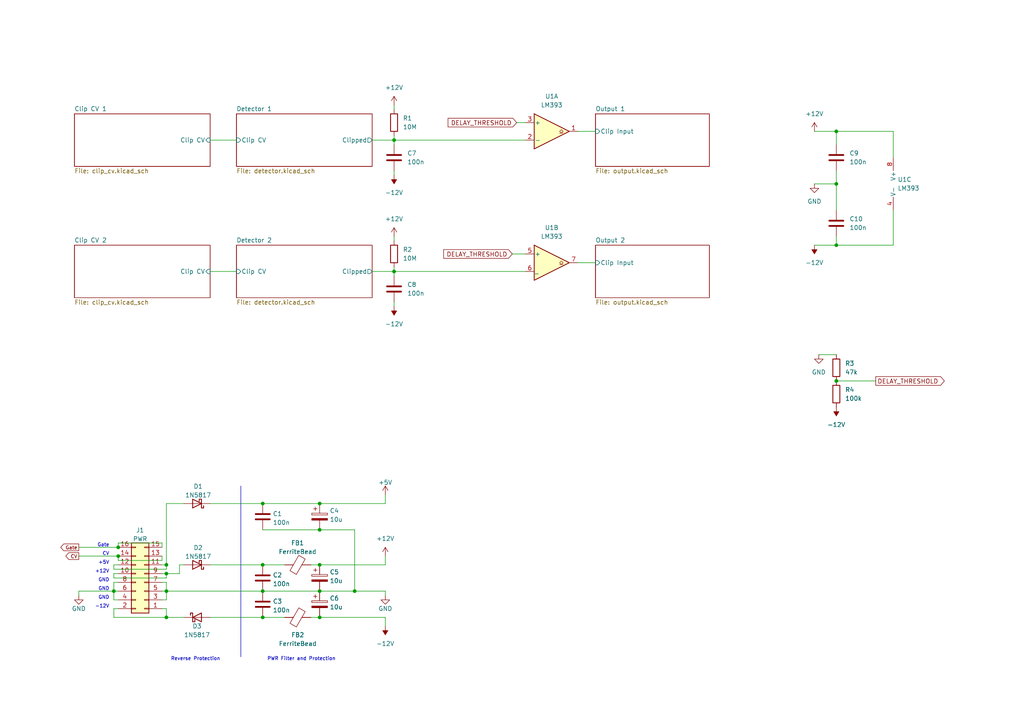
<source format=kicad_sch>
(kicad_sch (version 20230121) (generator eeschema)
  (paper "A4")
  (title_block (title "Mister Clippy") (date "2023-02-13") (rev "0"))
  (lib_symbols
    (symbol "Comparator:LM393" (pin_names (offset 0.127))
      (property "Reference" "U" (at 3.81 3.81 0))
      (property "Value" "LM393" (at 6.35 -3.81 0))
      (symbol "LM393_1_1"
        (polyline (pts (xy -5.08 5.08) (xy 5.08 0) (xy -5.08 -5.08) (xy -5.08 5.08)) (stroke (width 0.254)) (fill (type background)))
        (polyline (pts (xy 3.302 -0.508) (xy 2.794 -0.508) (xy 3.302 0) (xy 2.794 0.508) (xy 2.286 0) (xy 2.794 -0.508) (xy 2.286 -0.508)) (stroke (width 0.127)))
        (pin open_collector line (at 7.62 0 180) (length 2.54) (name "~") (number "1"))
        (pin input line (at -7.62 -2.54 0) (length 2.54) (name "-") (number "2"))
        (pin input line (at -7.62 2.54 0) (length 2.54) (name "+") (number "3"))
      )
      (symbol "LM393_2_1"
        (polyline (pts (xy -5.08 5.08) (xy 5.08 0) (xy -5.08 -5.08) (xy -5.08 5.08)) (stroke (width 0.254)) (fill (type background)))
        (polyline (pts (xy 3.302 -0.508) (xy 2.794 -0.508) (xy 3.302 0) (xy 2.794 0.508) (xy 2.286 0) (xy 2.794 -0.508) (xy 2.286 -0.508)) (stroke (width 0.127)))
        (pin input line (at -7.62 2.54 0) (length 2.54) (name "+") (number "5"))
        (pin input line (at -7.62 -2.54 0) (length 2.54) (name "_") (number "6"))
        (pin open_collector line (at 7.62 0 180) (length 2.54) (name "~") (number "7"))
      )
      (symbol "LM393_3_1"
        (pin power_in line (at -2.54 -7.62 90) (length 3.81) (name "V-") (number "4"))
        (pin power_in line (at -2.54 7.62 270) (length 3.81) (name "V+") (number "8"))
      )
    )
    (symbol "Connector_Generic:Conn_02x08_Odd_Even" (pin_names (offset 1.016) hide)
      (property "Reference" "J" (at 1.27 10.16 0))
      (property "Value" "Conn_02x08_Odd_Even" (at 1.27 -12.7 0))
      (symbol "Conn_02x08_Odd_Even_1_1"
        (rectangle (start -1.27 -10.033) (end 0 -10.287) (stroke (width 0.1524)))
        (rectangle (start -1.27 -7.493) (end 0 -7.747) (stroke (width 0.1524)))
        (rectangle (start -1.27 -4.953) (end 0 -5.207) (stroke (width 0.1524)))
        (rectangle (start -1.27 -2.413) (end 0 -2.667) (stroke (width 0.1524)))
        (rectangle (start -1.27 0.127) (end 0 -0.127) (stroke (width 0.1524)))
        (rectangle (start -1.27 2.667) (end 0 2.413) (stroke (width 0.1524)))
        (rectangle (start -1.27 5.207) (end 0 4.953) (stroke (width 0.1524)))
        (rectangle (start -1.27 7.747) (end 0 7.493) (stroke (width 0.1524)))
        (rectangle (start -1.27 8.89) (end 3.81 -11.43) (stroke (width 0.254)) (fill (type background)))
        (rectangle (start 3.81 -10.033) (end 2.54 -10.287) (stroke (width 0.1524)))
        (rectangle (start 3.81 -7.493) (end 2.54 -7.747) (stroke (width 0.1524)))
        (rectangle (start 3.81 -4.953) (end 2.54 -5.207) (stroke (width 0.1524)))
        (rectangle (start 3.81 -2.413) (end 2.54 -2.667) (stroke (width 0.1524)))
        (rectangle (start 3.81 0.127) (end 2.54 -0.127) (stroke (width 0.1524)))
        (rectangle (start 3.81 2.667) (end 2.54 2.413) (stroke (width 0.1524)))
        (rectangle (start 3.81 5.207) (end 2.54 4.953) (stroke (width 0.1524)))
        (rectangle (start 3.81 7.747) (end 2.54 7.493) (stroke (width 0.1524)))
        (pin passive line (at -5.08 7.62 0) (length 3.81) (name "Pin_1") (number "1"))
        (pin passive line (at 7.62 -2.54 180) (length 3.81) (name "Pin_10") (number "10"))
        (pin passive line (at -5.08 -5.08 0) (length 3.81) (name "Pin_11") (number "11"))
        (pin passive line (at 7.62 -5.08 180) (length 3.81) (name "Pin_12") (number "12"))
        (pin passive line (at -5.08 -7.62 0) (length 3.81) (name "Pin_13") (number "13"))
        (pin passive line (at 7.62 -7.62 180) (length 3.81) (name "Pin_14") (number "14"))
        (pin passive line (at -5.08 -10.16 0) (length 3.81) (name "Pin_15") (number "15"))
        (pin passive line (at 7.62 -10.16 180) (length 3.81) (name "Pin_16") (number "16"))
        (pin passive line (at 7.62 7.62 180) (length 3.81) (name "Pin_2") (number "2"))
        (pin passive line (at -5.08 5.08 0) (length 3.81) (name "Pin_3") (number "3"))
        (pin passive line (at 7.62 5.08 180) (length 3.81) (name "Pin_4") (number "4"))
        (pin passive line (at -5.08 2.54 0) (length 3.81) (name "Pin_5") (number "5"))
        (pin passive line (at 7.62 2.54 180) (length 3.81) (name "Pin_6") (number "6"))
        (pin passive line (at -5.08 0 0) (length 3.81) (name "Pin_7") (number "7"))
        (pin passive line (at 7.62 0 180) (length 3.81) (name "Pin_8") (number "8"))
        (pin passive line (at -5.08 -2.54 0) (length 3.81) (name "Pin_9") (number "9"))
      )
    )
    (symbol "Device:C" (pin_numbers hide) (pin_names (offset 0.254))
      (property "Reference" "C" (at 0.635 2.54 0))
      (property "Value" "C" (at 0.635 -2.54 0))
      (symbol "C_0_1"
        (polyline (pts (xy -2.032 -0.762) (xy 2.032 -0.762)) (stroke (width 0.508)))
        (polyline (pts (xy -2.032 0.762) (xy 2.032 0.762)) (stroke (width 0.508)))
      )
      (symbol "C_1_1"
        (pin passive line (at 0 3.81 270) (length 2.794) (name "~") (number "1"))
        (pin passive line (at 0 -3.81 90) (length 2.794) (name "~") (number "2"))
      )
    )
    (symbol "Device:C_Polarized" (pin_numbers hide) (pin_names (offset 0.254))
      (property "Reference" "C" (at 0.635 2.54 0))
      (property "Value" "C_Polarized" (at 0.635 -2.54 0))
      (symbol "C_Polarized_0_1"
        (rectangle (start -2.286 0.508) (end 2.286 1.016))
        (polyline (pts (xy -1.778 2.286) (xy -0.762 2.286)))
        (polyline (pts (xy -1.27 2.794) (xy -1.27 1.778)))
        (rectangle (start 2.286 -0.508) (end -2.286 -1.016) (fill (type outline)))
      )
      (symbol "C_Polarized_1_1"
        (pin passive line (at 0 3.81 270) (length 2.794) (name "~") (number "1"))
        (pin passive line (at 0 -3.81 90) (length 2.794) (name "~") (number "2"))
      )
    )
    (symbol "Device:D_Schottky" (pin_numbers hide) (pin_names (offset 1.016) hide)
      (property "Reference" "D" (at 0 2.54 0))
      (property "Value" "D_Schottky" (at 0 -2.54 0))
      (symbol "D_Schottky_0_1"
        (polyline (pts (xy 1.27 0) (xy -1.27 0)))
        (polyline (pts (xy 1.27 1.27) (xy 1.27 -1.27) (xy -1.27 0) (xy 1.27 1.27)) (stroke (width 0.254)))
        (polyline (pts (xy -1.905 0.635) (xy -1.905 1.27) (xy -1.27 1.27) (xy -1.27 -1.27) (xy -0.635 -1.27) (xy -0.635 -0.635)) (stroke (width 0.254)))
      )
      (symbol "D_Schottky_1_1"
        (pin passive line (at -3.81 0 0) (length 2.54) (name "K") (number "1"))
        (pin passive line (at 3.81 0 180) (length 2.54) (name "A") (number "2"))
      )
    )
    (symbol "Device:FerriteBead" (pin_numbers hide) (pin_names (offset 0))
      (property "Reference" "FB" (at -3.81 0.635 90))
      (property "Value" "FerriteBead" (at 3.81 0 90))
      (symbol "FerriteBead_0_1"
        (polyline (pts (xy 0 -1.27) (xy 0 -1.2192)))
        (polyline (pts (xy 0 1.27) (xy 0 1.2954)))
        (polyline (pts (xy -2.7686 0.4064) (xy -1.7018 2.2606) (xy 2.7686 -0.3048) (xy 1.6764 -2.159) (xy -2.7686 0.4064)))
      )
      (symbol "FerriteBead_1_1"
        (pin passive line (at 0 3.81 270) (length 2.54) (name "~") (number "1"))
        (pin passive line (at 0 -3.81 90) (length 2.54) (name "~") (number "2"))
      )
    )
    (symbol "Device:R" (pin_numbers hide) (pin_names (offset 0))
      (property "Reference" "R" (at 2.032 0 90))
      (property "Value" "R" (at 0 0 90))
      (symbol "R_0_1"
        (rectangle (start -1.016 -2.54) (end 1.016 2.54) (stroke (width 0.254)))
      )
      (symbol "R_1_1"
        (pin passive line (at 0 3.81 270) (length 1.27) (name "~") (number "1"))
        (pin passive line (at 0 -3.81 90) (length 1.27) (name "~") (number "2"))
      )
    )
    (symbol "power:+12V" (power) (pin_names (offset 0))
      (property "Value" "+12V" (at 0 3.556 0))
      (symbol "+12V_0_1"
        (polyline (pts (xy -0.762 1.27) (xy 0 2.54)))
        (polyline (pts (xy 0 0) (xy 0 2.54)))
        (polyline (pts (xy 0 2.54) (xy 0.762 1.27)))
      )
      (symbol "+12V_1_1"
        (pin power_in line (at 0 0 90) (length 0) hide (name "+12V") (number "1"))
      )
    )
    (symbol "power:+5V" (power) (pin_names (offset 0))
      (property "Value" "+5V" (at 0 3.556 0))
      (symbol "+5V_0_1"
        (polyline (pts (xy -0.762 1.27) (xy 0 2.54)))
        (polyline (pts (xy 0 0) (xy 0 2.54)))
        (polyline (pts (xy 0 2.54) (xy 0.762 1.27)))
      )
      (symbol "+5V_1_1"
        (pin power_in line (at 0 0 90) (length 0) hide (name "+5V") (number "1"))
      )
    )
    (symbol "power:-12V" (power) (pin_names (offset 0))
      (property "Value" "-12V" (at 0 3.81 0))
      (symbol "-12V_0_0"
        (pin power_in line (at 0 0 90) (length 0) hide (name "-12V") (number "1"))
      )
      (symbol "-12V_0_1"
        (polyline (pts (xy 0 0) (xy 0 1.27) (xy 0.762 1.27) (xy 0 2.54) (xy -0.762 1.27) (xy 0 1.27)) (fill (type outline)))
      )
    )
    (symbol "power:GND" (power) (pin_names (offset 0))
      (property "Value" "GND" (at 0 -3.81 0))
      (symbol "GND_0_1"
        (polyline (pts (xy 0 0) (xy 0 -1.27) (xy 1.27 -1.27) (xy 0 -2.54) (xy -1.27 -1.27) (xy 0 -1.27)))
      )
      (symbol "GND_1_1"
        (pin power_in line (at 0 0 270) (length 0) hide (name "GND") (number "1"))
      )
    )
  )
  (junction (at 34.29 158.75))
  (junction (at 48.26 166.37))
  (junction (at 114.3 78.74))
  (junction (at 242.57 38.1))
  (junction (at 76.2 171.45))
  (junction (at 102.87 171.45))
  (junction (at 242.57 110.49))
  (junction (at 92.71 153.67))
  (junction (at 33.02 171.45))
  (junction (at 114.3 40.64))
  (junction (at 92.71 163.83))
  (junction (at 76.2 179.07))
  (junction (at 48.26 163.83))
  (junction (at 242.57 71.12))
  (junction (at 92.71 171.45))
  (junction (at 92.71 179.07))
  (junction (at 242.57 53.34))
  (junction (at 92.71 146.05))
  (junction (at 48.26 171.45))
  (junction (at 48.26 179.07))
  (junction (at 76.2 146.05))
  (junction (at 76.2 163.83))
  (junction (at 34.29 161.29))
  (wire (pts (xy 76.2 171.45) (xy 92.71 171.45)))
  (wire (pts (xy 236.22 53.34) (xy 242.57 53.34)))
  (wire (pts (xy 53.34 179.07) (xy 48.26 179.07)))
  (wire (pts (xy 114.3 88.9) (xy 114.3 87.63)))
  (wire (pts (xy 46.99 173.99) (xy 48.26 173.99)))
  (wire (pts (xy 48.26 166.37) (xy 52.07 166.37)))
  (wire (pts (xy 60.96 40.64) (xy 68.58 40.64)))
  (wire (pts (xy 92.71 146.05) (xy 111.76 146.05)))
  (wire (pts (xy 33.02 176.53) (xy 34.29 176.53)))
  (wire (pts (xy 48.26 168.91) (xy 48.26 171.45)))
  (wire (pts (xy 111.76 181.61) (xy 111.76 179.07)))
  (wire (pts (xy 48.26 176.53) (xy 48.26 179.07)))
  (wire (pts (xy 107.95 78.74) (xy 114.3 78.74)))
  (wire (pts (xy 102.87 153.67) (xy 102.87 171.45)))
  (wire (pts (xy 60.96 146.05) (xy 76.2 146.05)))
  (polyline (pts (xy 69.85 140.97) (xy 69.85 190.5)))
  (wire (pts (xy 111.76 143.51) (xy 111.76 146.05)))
  (wire (pts (xy 53.34 146.05) (xy 48.26 146.05)))
  (wire (pts (xy 33.02 168.91) (xy 33.02 171.45)))
  (wire (pts (xy 259.08 60.96) (xy 259.08 71.12)))
  (wire (pts (xy 167.64 38.1) (xy 172.72 38.1)))
  (wire (pts (xy 148.59 73.66) (xy 152.4 73.66)))
  (wire (pts (xy 48.26 146.05) (xy 48.26 163.83)))
  (wire (pts (xy 33.02 171.45) (xy 33.02 173.99)))
  (wire (pts (xy 33.02 163.83) (xy 33.02 165.1)))
  (wire (pts (xy 46.99 166.37) (xy 48.26 166.37)))
  (wire (pts (xy 22.86 171.45) (xy 33.02 171.45)))
  (wire (pts (xy 53.34 163.83) (xy 52.07 163.83)))
  (wire (pts (xy 60.96 78.74) (xy 68.58 78.74)))
  (wire (pts (xy 242.57 38.1) (xy 259.08 38.1)))
  (wire (pts (xy 48.26 171.45) (xy 48.26 173.99)))
  (wire (pts (xy 167.64 76.2) (xy 172.72 76.2)))
  (wire (pts (xy 114.3 80.01) (xy 114.3 78.74)))
  (wire (pts (xy 242.57 68.58) (xy 242.57 71.12)))
  (wire (pts (xy 114.3 40.64) (xy 152.4 40.64)))
  (wire (pts (xy 22.86 161.29) (xy 34.29 161.29)))
  (wire (pts (xy 242.57 53.34) (xy 242.57 60.96)))
  (wire (pts (xy 34.29 168.91) (xy 33.02 168.91)))
  (wire (pts (xy 34.29 157.48) (xy 34.29 158.75)))
  (wire (pts (xy 111.76 172.72) (xy 111.76 171.45)))
  (wire (pts (xy 259.08 38.1) (xy 259.08 45.72)))
  (wire (pts (xy 34.29 166.37) (xy 33.02 166.37)))
  (wire (pts (xy 92.71 163.83) (xy 111.76 163.83)))
  (wire (pts (xy 46.99 162.56) (xy 34.29 162.56)))
  (wire (pts (xy 46.99 176.53) (xy 48.26 176.53)))
  (wire (pts (xy 60.96 179.07) (xy 76.2 179.07)))
  (wire (pts (xy 107.95 40.64) (xy 114.3 40.64)))
  (wire (pts (xy 114.3 30.48) (xy 114.3 31.75)))
  (wire (pts (xy 48.26 163.83) (xy 48.26 165.1)))
  (wire (pts (xy 114.3 39.37) (xy 114.3 40.64)))
  (wire (pts (xy 33.02 167.64) (xy 48.26 167.64)))
  (wire (pts (xy 114.3 41.91) (xy 114.3 40.64)))
  (wire (pts (xy 92.71 153.67) (xy 102.87 153.67)))
  (wire (pts (xy 52.07 163.83) (xy 52.07 166.37)))
  (wire (pts (xy 114.3 68.58) (xy 114.3 69.85)))
  (wire (pts (xy 33.02 173.99) (xy 34.29 173.99)))
  (wire (pts (xy 76.2 179.07) (xy 82.55 179.07)))
  (wire (pts (xy 149.86 35.56) (xy 152.4 35.56)))
  (wire (pts (xy 33.02 176.53) (xy 33.02 179.07)))
  (wire (pts (xy 259.08 71.12) (xy 242.57 71.12)))
  (wire (pts (xy 90.17 179.07) (xy 92.71 179.07)))
  (wire (pts (xy 46.99 168.91) (xy 48.26 168.91)))
  (wire (pts (xy 33.02 166.37) (xy 33.02 167.64)))
  (wire (pts (xy 242.57 49.53) (xy 242.57 53.34)))
  (wire (pts (xy 46.99 157.48) (xy 34.29 157.48)))
  (wire (pts (xy 34.29 161.29) (xy 34.29 162.56)))
  (wire (pts (xy 33.02 165.1) (xy 48.26 165.1)))
  (wire (pts (xy 242.57 38.1) (xy 236.22 38.1)))
  (wire (pts (xy 60.96 163.83) (xy 76.2 163.83)))
  (wire (pts (xy 22.86 158.75) (xy 34.29 158.75)))
  (wire (pts (xy 46.99 158.75) (xy 46.99 157.48)))
  (wire (pts (xy 111.76 161.29) (xy 111.76 163.83)))
  (wire (pts (xy 114.3 77.47) (xy 114.3 78.74)))
  (wire (pts (xy 242.57 110.49) (xy 254 110.49)))
  (wire (pts (xy 92.71 171.45) (xy 102.87 171.45)))
  (wire (pts (xy 46.99 161.29) (xy 46.99 162.56)))
  (wire (pts (xy 242.57 38.1) (xy 242.57 41.91)))
  (wire (pts (xy 76.2 163.83) (xy 82.55 163.83)))
  (wire (pts (xy 76.2 146.05) (xy 92.71 146.05)))
  (wire (pts (xy 33.02 179.07) (xy 48.26 179.07)))
  (wire (pts (xy 76.2 153.67) (xy 92.71 153.67)))
  (wire (pts (xy 102.87 171.45) (xy 111.76 171.45)))
  (wire (pts (xy 48.26 171.45) (xy 76.2 171.45)))
  (wire (pts (xy 48.26 167.64) (xy 48.26 166.37)))
  (wire (pts (xy 90.17 163.83) (xy 92.71 163.83)))
  (wire (pts (xy 114.3 78.74) (xy 152.4 78.74)))
  (wire (pts (xy 48.26 163.83) (xy 46.99 163.83)))
  (wire (pts (xy 34.29 163.83) (xy 33.02 163.83)))
  (wire (pts (xy 92.71 179.07) (xy 111.76 179.07)))
  (wire (pts (xy 237.49 102.87) (xy 242.57 102.87)))
  (wire (pts (xy 33.02 171.45) (xy 34.29 171.45)))
  (wire (pts (xy 236.22 71.12) (xy 242.57 71.12)))
  (wire (pts (xy 22.86 172.72) (xy 22.86 171.45)))
  (wire (pts (xy 114.3 50.8) (xy 114.3 49.53)))
  (wire (pts (xy 46.99 171.45) (xy 48.26 171.45)))
  (text "CV" (at 31.75 161.29 0) (effects (font (size 1 1)) (justify right bottom)))
  (text "Gate" (at 31.75 158.75 0) (effects (font (size 1 1)) (justify right bottom)))
  (text "GND" (at 31.75 168.91 0) (effects (font (size 1 1)) (justify right bottom)))
  (text "GND" (at 31.75 173.99 0) (effects (font (size 1 1)) (justify right bottom)))
  (text "+12V" (at 31.75 166.37 0) (effects (font (size 1 1)) (justify right bottom)))
  (text "-12V" (at 31.75 176.53 0) (effects (font (size 1 1)) (justify right bottom)))
  (text "GND" (at 31.75 171.45 0) (effects (font (size 1 1)) (justify right bottom)))
  (text "+5V" (at 31.75 163.83 0) (effects (font (size 1 1)) (justify right bottom)))
  (text "Reverse Protection" (at 49.53 191.77 0) (effects (font (size 1 1)) (justify left bottom)))
  (text "PWR Filter and Protection\n" (at 77.47 191.77 0) (effects (font (size 1 1)) (justify left bottom)))
  (global_label "Gate" (shape output) (at 22.86 158.75 180) (effects (font (size 1 1))) (property "Intersheetrefs" "${INTERSHEET_REFS}" (effects hide)) (property "Referenzen zwischen Schaltplänen" "${INTERSHEET_REFS}" (effects hide)))
  (global_label "CV" (shape output) (at 22.86 161.29 180) (effects (font (size 1 1))) (property "Intersheetrefs" "${INTERSHEET_REFS}" (effects hide)) (property "Referenzen zwischen Schaltplänen" "${INTERSHEET_REFS}" (effects hide)))
  (global_label "DELAY_THRESHOLD" (shape input) (at 148.59 73.66 180) (property "Intersheetrefs" "${INTERSHEET_REFS}" (effects hide)))
  (global_label "DELAY_THRESHOLD" (shape output) (at 254 110.49 0) (property "Intersheetrefs" "${INTERSHEET_REFS}" (effects hide)))
  (global_label "DELAY_THRESHOLD" (shape input) (at 149.86 35.56 180) (property "Intersheetrefs" "${INTERSHEET_REFS}" (effects hide)))
  (symbol (lib_id "Device:C_Polarized") (at 92.71 149.86 0) (unit 1)
    (property "Reference" "C4" (at 95.631 148.1363 0) (effects (justify left)))
    (property "Value" "10u" (at 95.631 150.6732 0) (effects (justify left)))
    (property "Footprint" "Capacitor_THT:CP_Radial_D4.0mm_P1.50mm" (effects hide))
  )
  (symbol (lib_id "Device:C") (at 76.2 167.64 0) (unit 1)
    (property "Reference" "C2" (at 79.121 166.8053 0) (effects (justify left)))
    (property "Value" "100n" (at 79.121 169.3422 0) (effects (justify left)))
    (property "Footprint" "Capacitor_THT:C_Disc_D4.3mm_W1.9mm_P5.00mm" (effects hide))
  )
  (symbol (lib_id "Comparator:LM393") (at 160.02 38.1 0) (unit 1)
    (property "Reference" "U1" (at 160.02 27.94 0))
    (property "Value" "LM393" (at 160.02 30.48 0))
    (property "Footprint" "Package_DIP:DIP-8_W7.62mm" (effects hide))
    (property "Datasheet" "http://www.ti.com/lit/ds/symlink/lm393.pdf" (effects hide))
  )
  (symbol (lib_id "Device:C_Polarized") (at 92.71 167.64 0) (unit 1)
    (property "Reference" "C5" (at 95.631 165.9163 0) (effects (justify left)))
    (property "Value" "10u" (at 95.631 168.4532 0) (effects (justify left)))
    (property "Footprint" "Capacitor_THT:CP_Radial_D4.0mm_P1.50mm" (effects hide))
  )
  (symbol (lib_id "power:-12V") (at 242.57 118.11 0) (mirror x) (unit 1)
    (property "Reference" "#PWR014" (effects hide))
    (property "Value" "-12V" (at 242.57 123.19 0))
  )
  (symbol (lib_id "power:+12V") (at 111.76 161.29 0) (unit 1)
    (property "Reference" "#PWR03" (effects hide))
    (property "Value" "+12V" (at 111.76 156.21 0))
  )
  (symbol (lib_id "power:-12V") (at 236.22 71.12 180) (unit 1)
    (property "Reference" "#PWR012" (effects hide))
    (property "Value" "-12V" (at 236.22 76.2 0))
  )
  (symbol (lib_id "Device:C") (at 114.3 83.82 0) (unit 1)
    (property "Reference" "C8" (at 118.11 82.5499 0) (effects (justify left)))
    (property "Value" "100n" (at 118.11 85.0899 0) (effects (justify left)))
    (property "Footprint" "Capacitor_THT:C_Disc_D4.3mm_W1.9mm_P5.00mm" (effects hide))
  )
  (symbol (lib_id "Device:R") (at 114.3 73.66 0) (unit 1)
    (property "Reference" "R2" (at 116.84 72.3899 0) (effects (justify left)))
    (property "Value" "10M" (at 116.84 74.9299 0) (effects (justify left)))
    (property "Footprint" "Resistor_THT:R_Axial_DIN0207_L6.3mm_D2.5mm_P7.62mm_Horizontal" (effects hide))
  )
  (symbol (lib_id "Device:D_Schottky") (at 57.15 146.05 180) (unit 1)
    (property "Reference" "D1" (at 57.4675 141.0802 0))
    (property "Value" "1N5817" (at 57.4675 143.6171 0))
    (property "Footprint" "Diode_THT:D_DO-41_SOD81_P7.62mm_Horizontal" (effects hide))
  )
  (symbol (lib_id "power:GND") (at 237.49 102.87 0) (unit 1)
    (property "Reference" "#PWR013" (effects hide))
    (property "Value" "GND" (at 237.49 107.95 0))
  )
  (symbol (lib_id "Device:C_Polarized") (at 92.71 175.26 0) (unit 1)
    (property "Reference" "C6" (at 95.631 173.5363 0) (effects (justify left)))
    (property "Value" "10u" (at 95.631 176.0732 0) (effects (justify left)))
    (property "Footprint" "Capacitor_THT:CP_Radial_D4.0mm_P1.50mm" (effects hide))
  )
  (symbol (lib_id "Comparator:LM393") (at 160.02 76.2 0) (unit 2)
    (property "Reference" "U1" (at 160.02 66.04 0))
    (property "Value" "LM393" (at 160.02 68.58 0))
    (property "Footprint" "Package_DIP:DIP-8_W7.62mm" (effects hide))
    (property "Datasheet" "http://www.ti.com/lit/ds/symlink/lm393.pdf" (effects hide))
  )
  (symbol (lib_id "Comparator:LM393") (at 261.62 53.34 0) (unit 3)
    (property "Reference" "U1" (at 260.35 52.0699 0) (effects (justify left)))
    (property "Value" "LM393" (at 260.35 54.6099 0) (effects (justify left)))
    (property "Footprint" "Package_DIP:DIP-8_W7.62mm" (effects hide))
    (property "Datasheet" "http://www.ti.com/lit/ds/symlink/lm393.pdf" (effects hide))
  )
  (symbol (lib_id "Device:FerriteBead") (at 86.36 163.83 90) (unit 1)
    (property "Reference" "FB1" (at 86.3092 157.4886 90))
    (property "Value" "FerriteBead" (at 86.3092 160.0255 90))
    (property "Footprint" "mopsy:FBeadL4D4" (effects hide))
  )
  (symbol (lib_id "power:-12V") (at 114.3 88.9 0) (mirror x) (unit 1)
    (property "Reference" "#PWR09" (effects hide))
    (property "Value" "-12V" (at 114.3 93.98 0))
  )
  (symbol (lib_id "power:+5V") (at 111.76 143.51 0) (unit 1)
    (property "Reference" "#PWR02" (effects hide))
    (property "Value" "+5V" (at 111.76 139.9342 0))
  )
  (symbol (lib_id "Device:D_Schottky") (at 57.15 179.07 0) (unit 1)
    (property "Reference" "D3" (at 57.15 181.61 0))
    (property "Value" "1N5817" (at 57.15 184.15 0))
    (property "Footprint" "Diode_THT:D_DO-41_SOD81_P7.62mm_Horizontal" (effects hide))
  )
  (symbol (lib_id "Device:C") (at 114.3 45.72 0) (unit 1)
    (property "Reference" "C7" (at 118.11 44.4499 0) (effects (justify left)))
    (property "Value" "100n" (at 118.11 46.9899 0) (effects (justify left)))
    (property "Footprint" "Capacitor_THT:C_Disc_D4.3mm_W1.9mm_P5.00mm" (effects hide))
  )
  (symbol (lib_id "power:-12V") (at 111.76 181.61 180) (unit 1)
    (property "Reference" "#PWR05" (effects hide))
    (property "Value" "-12V" (at 111.76 186.69 0))
  )
  (symbol (lib_id "Device:R") (at 242.57 114.3 0) (unit 1)
    (property "Reference" "R4" (at 245.11 113.0299 0) (effects (justify left)))
    (property "Value" "100k" (at 245.11 115.5699 0) (effects (justify left)))
    (property "Footprint" "Resistor_THT:R_Axial_DIN0207_L6.3mm_D2.5mm_P7.62mm_Horizontal" (effects hide))
  )
  (symbol (lib_id "Connector_Generic:Conn_02x08_Odd_Even") (at 41.91 168.91 180) (unit 1)
    (property "Reference" "J1" (at 40.64 153.7802 0))
    (property "Value" "PWR" (at 40.64 156.3171 0))
    (property "Footprint" "Connector_PinHeader_2.54mm:PinHeader_2x08_P2.54mm_Vertical" (effects hide))
  )
  (symbol (lib_id "power:GND") (at 22.86 172.72 0) (unit 1)
    (property "Reference" "#PWR01" (effects hide))
    (property "Value" "GND" (at 22.86 176.53 0))
  )
  (symbol (lib_id "Device:D_Schottky") (at 57.15 163.83 180) (unit 1)
    (property "Reference" "D2" (at 57.4675 158.8602 0))
    (property "Value" "1N5817" (at 57.4675 161.3971 0))
    (property "Footprint" "Diode_THT:D_DO-41_SOD81_P7.62mm_Horizontal" (effects hide))
  )
  (symbol (lib_id "power:+12V") (at 236.22 38.1 0) (unit 1)
    (property "Reference" "#PWR010" (effects hide))
    (property "Value" "+12V" (at 236.22 33.02 0))
  )
  (symbol (lib_id "Device:C") (at 242.57 45.72 0) (unit 1)
    (property "Reference" "C9" (at 246.38 44.4499 0) (effects (justify left)))
    (property "Value" "100n" (at 246.38 46.9899 0) (effects (justify left)))
    (property "Footprint" "Capacitor_THT:C_Disc_D4.3mm_W1.9mm_P5.00mm" (effects hide))
  )
  (symbol (lib_id "Device:R") (at 114.3 35.56 0) (unit 1)
    (property "Reference" "R1" (at 116.84 34.2899 0) (effects (justify left)))
    (property "Value" "10M" (at 116.84 36.8299 0) (effects (justify left)))
    (property "Footprint" "Resistor_THT:R_Axial_DIN0207_L6.3mm_D2.5mm_P7.62mm_Horizontal" (effects hide))
  )
  (symbol (lib_id "Device:C") (at 76.2 175.26 0) (unit 1)
    (property "Reference" "C3" (at 79.121 174.4253 0) (effects (justify left)))
    (property "Value" "100n" (at 79.121 176.9622 0) (effects (justify left)))
    (property "Footprint" "Capacitor_THT:C_Disc_D4.3mm_W1.9mm_P5.00mm" (effects hide))
  )
  (symbol (lib_id "power:+12V") (at 114.3 30.48 0) (unit 1)
    (property "Reference" "#PWR06" (effects hide))
    (property "Value" "+12V" (at 114.3 25.4 0))
  )
  (symbol (lib_id "Device:FerriteBead") (at 86.36 179.07 90) (unit 1)
    (property "Reference" "FB2" (at 86.36 184.15 90))
    (property "Value" "FerriteBead" (at 86.36 186.69 90))
    (property "Footprint" "mopsy:FBeadL4D4" (effects hide))
  )
  (symbol (lib_id "Device:C") (at 242.57 64.77 0) (unit 1)
    (property "Reference" "C10" (at 246.38 63.4999 0) (effects (justify left)))
    (property "Value" "100n" (at 246.38 66.0399 0) (effects (justify left)))
    (property "Footprint" "Capacitor_THT:C_Disc_D4.3mm_W1.9mm_P5.00mm" (effects hide))
  )
  (symbol (lib_id "power:+12V") (at 114.3 68.58 0) (unit 1)
    (property "Reference" "#PWR08" (effects hide))
    (property "Value" "+12V" (at 114.3 63.5 0))
  )
  (symbol (lib_id "power:GND") (at 111.76 172.72 0) (unit 1)
    (property "Reference" "#PWR04" (effects hide))
    (property "Value" "GND" (at 111.76 176.53 0))
  )
  (symbol (lib_id "power:-12V") (at 114.3 50.8 0) (mirror x) (unit 1)
    (property "Reference" "#PWR07" (effects hide))
    (property "Value" "-12V" (at 114.3 55.88 0))
  )
  (symbol (lib_id "Device:R") (at 242.57 106.68 0) (unit 1)
    (property "Reference" "R3" (at 245.11 105.4099 0) (effects (justify left)))
    (property "Value" "47k" (at 245.11 107.9499 0) (effects (justify left)))
    (property "Footprint" "Resistor_THT:R_Axial_DIN0207_L6.3mm_D2.5mm_P7.62mm_Horizontal" (effects hide))
  )
  (symbol (lib_id "Device:C") (at 76.2 149.86 0) (unit 1)
    (property "Reference" "C1" (at 79.121 149.0253 0) (effects (justify left)))
    (property "Value" "100n" (at 79.121 151.5622 0) (effects (justify left)))
    (property "Footprint" "Capacitor_THT:C_Disc_D4.3mm_W1.9mm_P5.00mm" (effects hide))
  )
  (symbol (lib_id "power:GND") (at 236.22 53.34 0) (unit 1)
    (property "Reference" "#PWR011" (effects hide))
    (property "Value" "GND" (at 236.22 58.42 0))
  )
  (sheet (at 172.72 33.02) (size 33.02 15.24) (stroke (width 0.1524))
    (property "Sheetname" "Output 1" (at 172.72 32.3084 0) (effects (justify left bottom)))
    (property "Sheetfile" "output.kicad_sch" (at 172.72 48.8446 0) (effects (justify left top)))
    (pin "Clip Input" input (at 172.72 38.1 180))
  )
  (sheet (at 68.58 71.12) (size 39.37 15.24) (stroke (width 0.1524))
    (property "Sheetname" "Detector 2" (at 68.58 70.4084 0) (effects (justify left bottom)))
    (property "Sheetfile" "detector.kicad_sch" (at 68.58 86.9446 0) (effects (justify left top)))
    (pin "Clipped" output (at 107.95 78.74 0))
    (pin "Clip CV" input (at 68.58 78.74 180))
  )
  (sheet (at 68.58 33.02) (size 39.37 15.24) (stroke (width 0.1524))
    (property "Sheetname" "Detector 1" (at 68.58 32.3084 0) (effects (justify left bottom)))
    (property "Sheetfile" "detector.kicad_sch" (at 68.58 48.8446 0) (effects (justify left top)))
    (pin "Clipped" output (at 107.95 40.64 0))
    (pin "Clip CV" input (at 68.58 40.64 180))
  )
  (sheet (at 21.59 33.02) (size 39.37 15.24) (stroke (width 0.1524))
    (property "Sheetname" "Clip CV 1" (at 21.59 32.3084 0) (effects (justify left bottom)))
    (property "Sheetfile" "clip_cv.kicad_sch" (at 21.59 48.8446 0) (effects (justify left top)))
    (pin "Clip CV" input (at 60.96 40.64 0))
  )
  (sheet (at 21.59 71.12) (size 39.37 15.24) (stroke (width 0.1524))
    (property "Sheetname" "Clip CV 2" (at 21.59 70.4084 0) (effects (justify left bottom)))
    (property "Sheetfile" "clip_cv.kicad_sch" (at 21.59 86.9446 0) (effects (justify left top)))
    (pin "Clip CV" input (at 60.96 78.74 0))
  )
  (sheet (at 172.72 71.12) (size 33.02 15.24) (stroke (width 0.1524))
    (property "Sheetname" "Output 2" (at 172.72 70.4084 0) (effects (justify left bottom)))
    (property "Sheetfile" "output.kicad_sch" (at 172.72 86.9446 0) (effects (justify left top)))
    (pin "Clip Input" input (at 172.72 76.2 180))
  )
)
</source>
